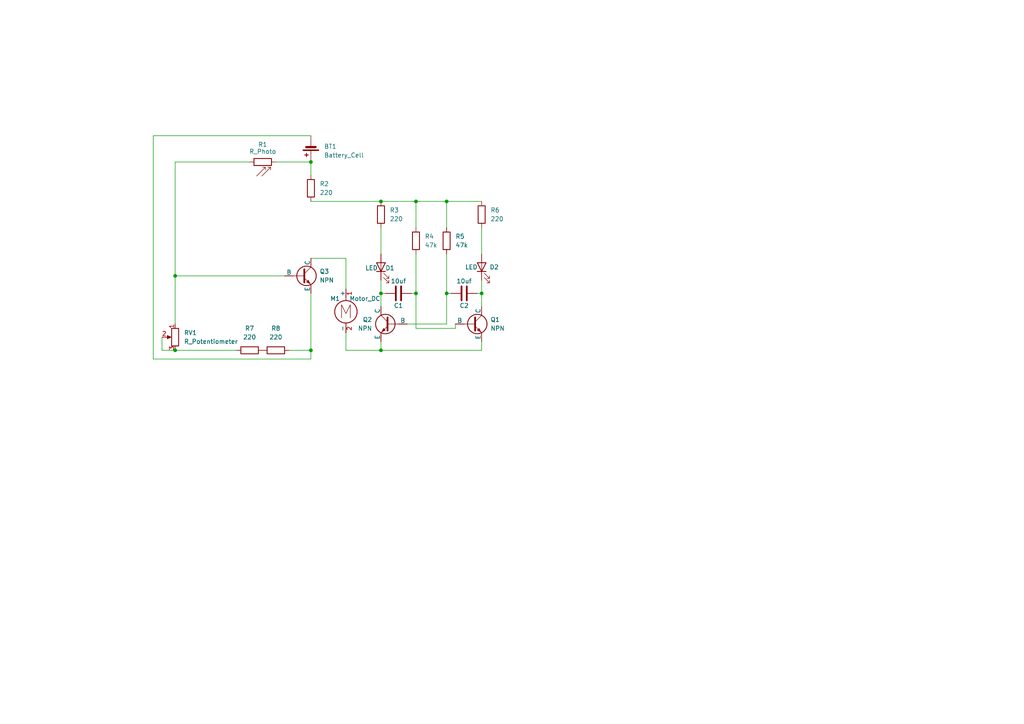
<source format=kicad_sch>
(kicad_sch
	(version 20231120)
	(generator "eeschema")
	(generator_version "8.0")
	(uuid "5a6b1d5a-02c9-4a14-a97d-d4b99fb8334a")
	(paper "A4")
	(lib_symbols
		(symbol "Device:Battery_Cell"
			(pin_numbers hide)
			(pin_names
				(offset 0) hide)
			(exclude_from_sim no)
			(in_bom yes)
			(on_board yes)
			(property "Reference" "BT"
				(at 2.54 2.54 0)
				(effects
					(font
						(size 1.27 1.27)
					)
					(justify left)
				)
			)
			(property "Value" "Battery_Cell"
				(at 2.54 0 0)
				(effects
					(font
						(size 1.27 1.27)
					)
					(justify left)
				)
			)
			(property "Footprint" ""
				(at 0 1.524 90)
				(effects
					(font
						(size 1.27 1.27)
					)
					(hide yes)
				)
			)
			(property "Datasheet" "~"
				(at 0 1.524 90)
				(effects
					(font
						(size 1.27 1.27)
					)
					(hide yes)
				)
			)
			(property "Description" "Single-cell battery"
				(at 0 0 0)
				(effects
					(font
						(size 1.27 1.27)
					)
					(hide yes)
				)
			)
			(property "ki_keywords" "battery cell"
				(at 0 0 0)
				(effects
					(font
						(size 1.27 1.27)
					)
					(hide yes)
				)
			)
			(symbol "Battery_Cell_0_1"
				(rectangle
					(start -2.286 1.778)
					(end 2.286 1.524)
					(stroke
						(width 0)
						(type default)
					)
					(fill
						(type outline)
					)
				)
				(rectangle
					(start -1.524 1.016)
					(end 1.524 0.508)
					(stroke
						(width 0)
						(type default)
					)
					(fill
						(type outline)
					)
				)
				(polyline
					(pts
						(xy 0 0.762) (xy 0 0)
					)
					(stroke
						(width 0)
						(type default)
					)
					(fill
						(type none)
					)
				)
				(polyline
					(pts
						(xy 0 1.778) (xy 0 2.54)
					)
					(stroke
						(width 0)
						(type default)
					)
					(fill
						(type none)
					)
				)
				(polyline
					(pts
						(xy 0.762 3.048) (xy 1.778 3.048)
					)
					(stroke
						(width 0.254)
						(type default)
					)
					(fill
						(type none)
					)
				)
				(polyline
					(pts
						(xy 1.27 3.556) (xy 1.27 2.54)
					)
					(stroke
						(width 0.254)
						(type default)
					)
					(fill
						(type none)
					)
				)
			)
			(symbol "Battery_Cell_1_1"
				(pin passive line
					(at 0 5.08 270)
					(length 2.54)
					(name "+"
						(effects
							(font
								(size 1.27 1.27)
							)
						)
					)
					(number "1"
						(effects
							(font
								(size 1.27 1.27)
							)
						)
					)
				)
				(pin passive line
					(at 0 -2.54 90)
					(length 2.54)
					(name "-"
						(effects
							(font
								(size 1.27 1.27)
							)
						)
					)
					(number "2"
						(effects
							(font
								(size 1.27 1.27)
							)
						)
					)
				)
			)
		)
		(symbol "Device:C"
			(pin_numbers hide)
			(pin_names
				(offset 0.254)
			)
			(exclude_from_sim no)
			(in_bom yes)
			(on_board yes)
			(property "Reference" "C"
				(at 0.635 2.54 0)
				(effects
					(font
						(size 1.27 1.27)
					)
					(justify left)
				)
			)
			(property "Value" "C"
				(at 0.635 -2.54 0)
				(effects
					(font
						(size 1.27 1.27)
					)
					(justify left)
				)
			)
			(property "Footprint" ""
				(at 0.9652 -3.81 0)
				(effects
					(font
						(size 1.27 1.27)
					)
					(hide yes)
				)
			)
			(property "Datasheet" "~"
				(at 0 0 0)
				(effects
					(font
						(size 1.27 1.27)
					)
					(hide yes)
				)
			)
			(property "Description" "Unpolarized capacitor"
				(at 0 0 0)
				(effects
					(font
						(size 1.27 1.27)
					)
					(hide yes)
				)
			)
			(property "ki_keywords" "cap capacitor"
				(at 0 0 0)
				(effects
					(font
						(size 1.27 1.27)
					)
					(hide yes)
				)
			)
			(property "ki_fp_filters" "C_*"
				(at 0 0 0)
				(effects
					(font
						(size 1.27 1.27)
					)
					(hide yes)
				)
			)
			(symbol "C_0_1"
				(polyline
					(pts
						(xy -2.032 -0.762) (xy 2.032 -0.762)
					)
					(stroke
						(width 0.508)
						(type default)
					)
					(fill
						(type none)
					)
				)
				(polyline
					(pts
						(xy -2.032 0.762) (xy 2.032 0.762)
					)
					(stroke
						(width 0.508)
						(type default)
					)
					(fill
						(type none)
					)
				)
			)
			(symbol "C_1_1"
				(pin passive line
					(at 0 3.81 270)
					(length 2.794)
					(name "~"
						(effects
							(font
								(size 1.27 1.27)
							)
						)
					)
					(number "1"
						(effects
							(font
								(size 1.27 1.27)
							)
						)
					)
				)
				(pin passive line
					(at 0 -3.81 90)
					(length 2.794)
					(name "~"
						(effects
							(font
								(size 1.27 1.27)
							)
						)
					)
					(number "2"
						(effects
							(font
								(size 1.27 1.27)
							)
						)
					)
				)
			)
		)
		(symbol "Device:LED"
			(pin_numbers hide)
			(pin_names
				(offset 1.016) hide)
			(exclude_from_sim no)
			(in_bom yes)
			(on_board yes)
			(property "Reference" "D"
				(at 0 2.54 0)
				(effects
					(font
						(size 1.27 1.27)
					)
				)
			)
			(property "Value" "LED"
				(at 0 -2.54 0)
				(effects
					(font
						(size 1.27 1.27)
					)
				)
			)
			(property "Footprint" ""
				(at 0 0 0)
				(effects
					(font
						(size 1.27 1.27)
					)
					(hide yes)
				)
			)
			(property "Datasheet" "~"
				(at 0 0 0)
				(effects
					(font
						(size 1.27 1.27)
					)
					(hide yes)
				)
			)
			(property "Description" "Light emitting diode"
				(at 0 0 0)
				(effects
					(font
						(size 1.27 1.27)
					)
					(hide yes)
				)
			)
			(property "ki_keywords" "LED diode"
				(at 0 0 0)
				(effects
					(font
						(size 1.27 1.27)
					)
					(hide yes)
				)
			)
			(property "ki_fp_filters" "LED* LED_SMD:* LED_THT:*"
				(at 0 0 0)
				(effects
					(font
						(size 1.27 1.27)
					)
					(hide yes)
				)
			)
			(symbol "LED_0_1"
				(polyline
					(pts
						(xy -1.27 -1.27) (xy -1.27 1.27)
					)
					(stroke
						(width 0.254)
						(type default)
					)
					(fill
						(type none)
					)
				)
				(polyline
					(pts
						(xy -1.27 0) (xy 1.27 0)
					)
					(stroke
						(width 0)
						(type default)
					)
					(fill
						(type none)
					)
				)
				(polyline
					(pts
						(xy 1.27 -1.27) (xy 1.27 1.27) (xy -1.27 0) (xy 1.27 -1.27)
					)
					(stroke
						(width 0.254)
						(type default)
					)
					(fill
						(type none)
					)
				)
				(polyline
					(pts
						(xy -3.048 -0.762) (xy -4.572 -2.286) (xy -3.81 -2.286) (xy -4.572 -2.286) (xy -4.572 -1.524)
					)
					(stroke
						(width 0)
						(type default)
					)
					(fill
						(type none)
					)
				)
				(polyline
					(pts
						(xy -1.778 -0.762) (xy -3.302 -2.286) (xy -2.54 -2.286) (xy -3.302 -2.286) (xy -3.302 -1.524)
					)
					(stroke
						(width 0)
						(type default)
					)
					(fill
						(type none)
					)
				)
			)
			(symbol "LED_1_1"
				(pin passive line
					(at -3.81 0 0)
					(length 2.54)
					(name "K"
						(effects
							(font
								(size 1.27 1.27)
							)
						)
					)
					(number "1"
						(effects
							(font
								(size 1.27 1.27)
							)
						)
					)
				)
				(pin passive line
					(at 3.81 0 180)
					(length 2.54)
					(name "A"
						(effects
							(font
								(size 1.27 1.27)
							)
						)
					)
					(number "2"
						(effects
							(font
								(size 1.27 1.27)
							)
						)
					)
				)
			)
		)
		(symbol "Device:R"
			(pin_numbers hide)
			(pin_names
				(offset 0)
			)
			(exclude_from_sim no)
			(in_bom yes)
			(on_board yes)
			(property "Reference" "R"
				(at 2.032 0 90)
				(effects
					(font
						(size 1.27 1.27)
					)
				)
			)
			(property "Value" "R"
				(at 0 0 90)
				(effects
					(font
						(size 1.27 1.27)
					)
				)
			)
			(property "Footprint" ""
				(at -1.778 0 90)
				(effects
					(font
						(size 1.27 1.27)
					)
					(hide yes)
				)
			)
			(property "Datasheet" "~"
				(at 0 0 0)
				(effects
					(font
						(size 1.27 1.27)
					)
					(hide yes)
				)
			)
			(property "Description" "Resistor"
				(at 0 0 0)
				(effects
					(font
						(size 1.27 1.27)
					)
					(hide yes)
				)
			)
			(property "ki_keywords" "R res resistor"
				(at 0 0 0)
				(effects
					(font
						(size 1.27 1.27)
					)
					(hide yes)
				)
			)
			(property "ki_fp_filters" "R_*"
				(at 0 0 0)
				(effects
					(font
						(size 1.27 1.27)
					)
					(hide yes)
				)
			)
			(symbol "R_0_1"
				(rectangle
					(start -1.016 -2.54)
					(end 1.016 2.54)
					(stroke
						(width 0.254)
						(type default)
					)
					(fill
						(type none)
					)
				)
			)
			(symbol "R_1_1"
				(pin passive line
					(at 0 3.81 270)
					(length 1.27)
					(name "~"
						(effects
							(font
								(size 1.27 1.27)
							)
						)
					)
					(number "1"
						(effects
							(font
								(size 1.27 1.27)
							)
						)
					)
				)
				(pin passive line
					(at 0 -3.81 90)
					(length 1.27)
					(name "~"
						(effects
							(font
								(size 1.27 1.27)
							)
						)
					)
					(number "2"
						(effects
							(font
								(size 1.27 1.27)
							)
						)
					)
				)
			)
		)
		(symbol "Device:R_Photo"
			(pin_numbers hide)
			(pin_names
				(offset 0)
			)
			(exclude_from_sim no)
			(in_bom yes)
			(on_board yes)
			(property "Reference" "R"
				(at 1.27 1.27 0)
				(effects
					(font
						(size 1.27 1.27)
					)
					(justify left)
				)
			)
			(property "Value" "R_Photo"
				(at 1.27 0 0)
				(effects
					(font
						(size 1.27 1.27)
					)
					(justify left top)
				)
			)
			(property "Footprint" ""
				(at 1.27 -6.35 90)
				(effects
					(font
						(size 1.27 1.27)
					)
					(justify left)
					(hide yes)
				)
			)
			(property "Datasheet" "~"
				(at 0 -1.27 0)
				(effects
					(font
						(size 1.27 1.27)
					)
					(hide yes)
				)
			)
			(property "Description" "Photoresistor"
				(at 0 0 0)
				(effects
					(font
						(size 1.27 1.27)
					)
					(hide yes)
				)
			)
			(property "ki_keywords" "resistor variable light sensitive opto LDR"
				(at 0 0 0)
				(effects
					(font
						(size 1.27 1.27)
					)
					(hide yes)
				)
			)
			(property "ki_fp_filters" "*LDR* R?LDR*"
				(at 0 0 0)
				(effects
					(font
						(size 1.27 1.27)
					)
					(hide yes)
				)
			)
			(symbol "R_Photo_0_1"
				(rectangle
					(start -1.016 2.54)
					(end 1.016 -2.54)
					(stroke
						(width 0.254)
						(type default)
					)
					(fill
						(type none)
					)
				)
				(polyline
					(pts
						(xy -1.524 -2.286) (xy -4.064 0.254)
					)
					(stroke
						(width 0)
						(type default)
					)
					(fill
						(type none)
					)
				)
				(polyline
					(pts
						(xy -1.524 -2.286) (xy -2.286 -2.286)
					)
					(stroke
						(width 0)
						(type default)
					)
					(fill
						(type none)
					)
				)
				(polyline
					(pts
						(xy -1.524 -2.286) (xy -1.524 -1.524)
					)
					(stroke
						(width 0)
						(type default)
					)
					(fill
						(type none)
					)
				)
				(polyline
					(pts
						(xy -1.524 -0.762) (xy -4.064 1.778)
					)
					(stroke
						(width 0)
						(type default)
					)
					(fill
						(type none)
					)
				)
				(polyline
					(pts
						(xy -1.524 -0.762) (xy -2.286 -0.762)
					)
					(stroke
						(width 0)
						(type default)
					)
					(fill
						(type none)
					)
				)
				(polyline
					(pts
						(xy -1.524 -0.762) (xy -1.524 0)
					)
					(stroke
						(width 0)
						(type default)
					)
					(fill
						(type none)
					)
				)
			)
			(symbol "R_Photo_1_1"
				(pin passive line
					(at 0 3.81 270)
					(length 1.27)
					(name "~"
						(effects
							(font
								(size 1.27 1.27)
							)
						)
					)
					(number "1"
						(effects
							(font
								(size 1.27 1.27)
							)
						)
					)
				)
				(pin passive line
					(at 0 -3.81 90)
					(length 1.27)
					(name "~"
						(effects
							(font
								(size 1.27 1.27)
							)
						)
					)
					(number "2"
						(effects
							(font
								(size 1.27 1.27)
							)
						)
					)
				)
			)
		)
		(symbol "Device:R_Potentiometer"
			(pin_names
				(offset 1.016) hide)
			(exclude_from_sim no)
			(in_bom yes)
			(on_board yes)
			(property "Reference" "RV"
				(at -4.445 0 90)
				(effects
					(font
						(size 1.27 1.27)
					)
				)
			)
			(property "Value" "R_Potentiometer"
				(at -2.54 0 90)
				(effects
					(font
						(size 1.27 1.27)
					)
				)
			)
			(property "Footprint" ""
				(at 0 0 0)
				(effects
					(font
						(size 1.27 1.27)
					)
					(hide yes)
				)
			)
			(property "Datasheet" "~"
				(at 0 0 0)
				(effects
					(font
						(size 1.27 1.27)
					)
					(hide yes)
				)
			)
			(property "Description" "Potentiometer"
				(at 0 0 0)
				(effects
					(font
						(size 1.27 1.27)
					)
					(hide yes)
				)
			)
			(property "ki_keywords" "resistor variable"
				(at 0 0 0)
				(effects
					(font
						(size 1.27 1.27)
					)
					(hide yes)
				)
			)
			(property "ki_fp_filters" "Potentiometer*"
				(at 0 0 0)
				(effects
					(font
						(size 1.27 1.27)
					)
					(hide yes)
				)
			)
			(symbol "R_Potentiometer_0_1"
				(polyline
					(pts
						(xy 2.54 0) (xy 1.524 0)
					)
					(stroke
						(width 0)
						(type default)
					)
					(fill
						(type none)
					)
				)
				(polyline
					(pts
						(xy 1.143 0) (xy 2.286 0.508) (xy 2.286 -0.508) (xy 1.143 0)
					)
					(stroke
						(width 0)
						(type default)
					)
					(fill
						(type outline)
					)
				)
				(rectangle
					(start 1.016 2.54)
					(end -1.016 -2.54)
					(stroke
						(width 0.254)
						(type default)
					)
					(fill
						(type none)
					)
				)
			)
			(symbol "R_Potentiometer_1_1"
				(pin passive line
					(at 0 3.81 270)
					(length 1.27)
					(name "1"
						(effects
							(font
								(size 1.27 1.27)
							)
						)
					)
					(number "1"
						(effects
							(font
								(size 1.27 1.27)
							)
						)
					)
				)
				(pin passive line
					(at 3.81 0 180)
					(length 1.27)
					(name "2"
						(effects
							(font
								(size 1.27 1.27)
							)
						)
					)
					(number "2"
						(effects
							(font
								(size 1.27 1.27)
							)
						)
					)
				)
				(pin passive line
					(at 0 -3.81 90)
					(length 1.27)
					(name "3"
						(effects
							(font
								(size 1.27 1.27)
							)
						)
					)
					(number "3"
						(effects
							(font
								(size 1.27 1.27)
							)
						)
					)
				)
			)
		)
		(symbol "Motor:Motor_DC"
			(pin_names
				(offset 0)
			)
			(exclude_from_sim no)
			(in_bom yes)
			(on_board yes)
			(property "Reference" "M"
				(at 2.54 2.54 0)
				(effects
					(font
						(size 1.27 1.27)
					)
					(justify left)
				)
			)
			(property "Value" "Motor_DC"
				(at 2.54 -5.08 0)
				(effects
					(font
						(size 1.27 1.27)
					)
					(justify left top)
				)
			)
			(property "Footprint" ""
				(at 0 -2.286 0)
				(effects
					(font
						(size 1.27 1.27)
					)
					(hide yes)
				)
			)
			(property "Datasheet" "~"
				(at 0 -2.286 0)
				(effects
					(font
						(size 1.27 1.27)
					)
					(hide yes)
				)
			)
			(property "Description" "DC Motor"
				(at 0 0 0)
				(effects
					(font
						(size 1.27 1.27)
					)
					(hide yes)
				)
			)
			(property "ki_keywords" "DC Motor"
				(at 0 0 0)
				(effects
					(font
						(size 1.27 1.27)
					)
					(hide yes)
				)
			)
			(property "ki_fp_filters" "PinHeader*P2.54mm* TerminalBlock*"
				(at 0 0 0)
				(effects
					(font
						(size 1.27 1.27)
					)
					(hide yes)
				)
			)
			(symbol "Motor_DC_0_0"
				(polyline
					(pts
						(xy -1.27 -3.302) (xy -1.27 0.508) (xy 0 -2.032) (xy 1.27 0.508) (xy 1.27 -3.302)
					)
					(stroke
						(width 0)
						(type default)
					)
					(fill
						(type none)
					)
				)
			)
			(symbol "Motor_DC_0_1"
				(circle
					(center 0 -1.524)
					(radius 3.2512)
					(stroke
						(width 0.254)
						(type default)
					)
					(fill
						(type none)
					)
				)
				(polyline
					(pts
						(xy 0 -7.62) (xy 0 -7.112)
					)
					(stroke
						(width 0)
						(type default)
					)
					(fill
						(type none)
					)
				)
				(polyline
					(pts
						(xy 0 -4.7752) (xy 0 -5.1816)
					)
					(stroke
						(width 0)
						(type default)
					)
					(fill
						(type none)
					)
				)
				(polyline
					(pts
						(xy 0 1.7272) (xy 0 2.0828)
					)
					(stroke
						(width 0)
						(type default)
					)
					(fill
						(type none)
					)
				)
				(polyline
					(pts
						(xy 0 2.032) (xy 0 2.54)
					)
					(stroke
						(width 0)
						(type default)
					)
					(fill
						(type none)
					)
				)
			)
			(symbol "Motor_DC_1_1"
				(pin passive line
					(at 0 5.08 270)
					(length 2.54)
					(name "+"
						(effects
							(font
								(size 1.27 1.27)
							)
						)
					)
					(number "1"
						(effects
							(font
								(size 1.27 1.27)
							)
						)
					)
				)
				(pin passive line
					(at 0 -7.62 90)
					(length 2.54)
					(name "-"
						(effects
							(font
								(size 1.27 1.27)
							)
						)
					)
					(number "2"
						(effects
							(font
								(size 1.27 1.27)
							)
						)
					)
				)
			)
		)
		(symbol "Simulation_SPICE:NPN"
			(pin_numbers hide)
			(pin_names
				(offset 0)
			)
			(exclude_from_sim no)
			(in_bom yes)
			(on_board yes)
			(property "Reference" "Q"
				(at -2.54 7.62 0)
				(effects
					(font
						(size 1.27 1.27)
					)
				)
			)
			(property "Value" "NPN"
				(at -2.54 5.08 0)
				(effects
					(font
						(size 1.27 1.27)
					)
				)
			)
			(property "Footprint" ""
				(at 63.5 0 0)
				(effects
					(font
						(size 1.27 1.27)
					)
					(hide yes)
				)
			)
			(property "Datasheet" "https://ngspice.sourceforge.io/docs/ngspice-html-manual/manual.xhtml#cha_BJTs"
				(at 63.5 0 0)
				(effects
					(font
						(size 1.27 1.27)
					)
					(hide yes)
				)
			)
			(property "Description" "Bipolar transistor symbol for simulation only, substrate tied to the emitter"
				(at 0 0 0)
				(effects
					(font
						(size 1.27 1.27)
					)
					(hide yes)
				)
			)
			(property "Sim.Device" "NPN"
				(at 0 0 0)
				(effects
					(font
						(size 1.27 1.27)
					)
					(hide yes)
				)
			)
			(property "Sim.Type" "GUMMELPOON"
				(at 0 0 0)
				(effects
					(font
						(size 1.27 1.27)
					)
					(hide yes)
				)
			)
			(property "Sim.Pins" "1=C 2=B 3=E"
				(at 0 0 0)
				(effects
					(font
						(size 1.27 1.27)
					)
					(hide yes)
				)
			)
			(property "ki_keywords" "simulation"
				(at 0 0 0)
				(effects
					(font
						(size 1.27 1.27)
					)
					(hide yes)
				)
			)
			(symbol "NPN_0_1"
				(polyline
					(pts
						(xy -2.54 0) (xy 0.635 0)
					)
					(stroke
						(width 0.1524)
						(type default)
					)
					(fill
						(type none)
					)
				)
				(polyline
					(pts
						(xy 0.635 0.635) (xy 2.54 2.54)
					)
					(stroke
						(width 0)
						(type default)
					)
					(fill
						(type none)
					)
				)
				(polyline
					(pts
						(xy 2.794 -1.27) (xy 2.794 -1.27)
					)
					(stroke
						(width 0.1524)
						(type default)
					)
					(fill
						(type none)
					)
				)
				(polyline
					(pts
						(xy 2.794 -1.27) (xy 2.794 -1.27)
					)
					(stroke
						(width 0.1524)
						(type default)
					)
					(fill
						(type none)
					)
				)
				(polyline
					(pts
						(xy 0.635 -0.635) (xy 2.54 -2.54) (xy 2.54 -2.54)
					)
					(stroke
						(width 0)
						(type default)
					)
					(fill
						(type none)
					)
				)
				(polyline
					(pts
						(xy 0.635 1.905) (xy 0.635 -1.905) (xy 0.635 -1.905)
					)
					(stroke
						(width 0.508)
						(type default)
					)
					(fill
						(type none)
					)
				)
				(polyline
					(pts
						(xy 1.27 -1.778) (xy 1.778 -1.27) (xy 2.286 -2.286) (xy 1.27 -1.778) (xy 1.27 -1.778)
					)
					(stroke
						(width 0)
						(type default)
					)
					(fill
						(type outline)
					)
				)
				(circle
					(center 1.27 0)
					(radius 2.8194)
					(stroke
						(width 0.254)
						(type default)
					)
					(fill
						(type none)
					)
				)
			)
			(symbol "NPN_1_1"
				(pin open_collector line
					(at 2.54 5.08 270)
					(length 2.54)
					(name "C"
						(effects
							(font
								(size 1.27 1.27)
							)
						)
					)
					(number "1"
						(effects
							(font
								(size 1.27 1.27)
							)
						)
					)
				)
				(pin input line
					(at -5.08 0 0)
					(length 2.54)
					(name "B"
						(effects
							(font
								(size 1.27 1.27)
							)
						)
					)
					(number "2"
						(effects
							(font
								(size 1.27 1.27)
							)
						)
					)
				)
				(pin open_emitter line
					(at 2.54 -5.08 90)
					(length 2.54)
					(name "E"
						(effects
							(font
								(size 1.27 1.27)
							)
						)
					)
					(number "3"
						(effects
							(font
								(size 1.27 1.27)
							)
						)
					)
				)
			)
		)
	)
	(junction
		(at 110.49 101.6)
		(diameter 0)
		(color 0 0 0 0)
		(uuid "0172aeda-c87e-4733-857a-da9f53847af9")
	)
	(junction
		(at 129.54 58.42)
		(diameter 0)
		(color 0 0 0 0)
		(uuid "09e8b4e1-ff9d-4f76-9a73-bc98cdf8e643")
	)
	(junction
		(at 50.8 101.6)
		(diameter 0)
		(color 0 0 0 0)
		(uuid "154ec1e8-6d12-4337-b9b3-5dd39f869f63")
	)
	(junction
		(at 90.17 46.99)
		(diameter 0)
		(color 0 0 0 0)
		(uuid "2a04461d-3c5f-4b5d-9e84-150256c8220f")
	)
	(junction
		(at 120.65 85.09)
		(diameter 0)
		(color 0 0 0 0)
		(uuid "414481bf-b97f-446f-858b-faa25f92165b")
	)
	(junction
		(at 50.8 80.01)
		(diameter 0)
		(color 0 0 0 0)
		(uuid "821c3ce5-0aea-4926-a4e2-ab0c21848c10")
	)
	(junction
		(at 90.17 101.6)
		(diameter 0)
		(color 0 0 0 0)
		(uuid "88ef67fa-ca99-479b-9157-04093328ed96")
	)
	(junction
		(at 110.49 58.42)
		(diameter 0)
		(color 0 0 0 0)
		(uuid "aae3988f-3828-492e-8578-2bfb3ca9f1fc")
	)
	(junction
		(at 110.49 85.09)
		(diameter 0)
		(color 0 0 0 0)
		(uuid "b4b78781-bff0-41f1-996b-f6ad1d24d31e")
	)
	(junction
		(at 139.7 85.09)
		(diameter 0)
		(color 0 0 0 0)
		(uuid "c3674ddd-d1df-4288-8a3a-50c2b9530884")
	)
	(junction
		(at 120.65 58.42)
		(diameter 0)
		(color 0 0 0 0)
		(uuid "e1e1a960-6ee4-4e06-9b87-a062484aaee2")
	)
	(junction
		(at 129.54 85.09)
		(diameter 0)
		(color 0 0 0 0)
		(uuid "ffa81ea4-dbd1-4426-8dfa-1a88316d1dda")
	)
	(wire
		(pts
			(xy 50.8 93.98) (xy 50.8 80.01)
		)
		(stroke
			(width 0)
			(type default)
		)
		(uuid "0560b0ff-29f9-483d-92bd-ee56c82dbdd9")
	)
	(wire
		(pts
			(xy 139.7 101.6) (xy 110.49 101.6)
		)
		(stroke
			(width 0)
			(type default)
		)
		(uuid "0882c86b-94fa-4115-a55b-21548cc641f8")
	)
	(wire
		(pts
			(xy 110.49 101.6) (xy 110.49 99.06)
		)
		(stroke
			(width 0)
			(type default)
		)
		(uuid "0a0d585d-e77b-4d8a-b60d-017bf76b2e6f")
	)
	(wire
		(pts
			(xy 110.49 66.04) (xy 110.49 73.66)
		)
		(stroke
			(width 0)
			(type default)
		)
		(uuid "139a6d0c-b27e-4051-9b78-23e0eb1aab2f")
	)
	(wire
		(pts
			(xy 129.54 58.42) (xy 139.7 58.42)
		)
		(stroke
			(width 0)
			(type default)
		)
		(uuid "13e8c251-9ab8-4f1c-9a09-770dea0442c5")
	)
	(wire
		(pts
			(xy 139.7 85.09) (xy 139.7 88.9)
		)
		(stroke
			(width 0)
			(type default)
		)
		(uuid "2c15c26a-1d55-42cb-b16f-6045d4ba6dbf")
	)
	(wire
		(pts
			(xy 50.8 80.01) (xy 50.8 46.99)
		)
		(stroke
			(width 0)
			(type default)
		)
		(uuid "2f04720e-c928-4538-be7b-075d1c72178d")
	)
	(wire
		(pts
			(xy 100.33 101.6) (xy 100.33 96.52)
		)
		(stroke
			(width 0)
			(type default)
		)
		(uuid "35fd9e87-6639-4ac4-baea-a7a07aa822ef")
	)
	(wire
		(pts
			(xy 120.65 95.25) (xy 120.65 85.09)
		)
		(stroke
			(width 0)
			(type default)
		)
		(uuid "4d352bbf-0474-4ae9-ab39-9e4263c0fa33")
	)
	(wire
		(pts
			(xy 46.99 101.6) (xy 46.99 97.79)
		)
		(stroke
			(width 0)
			(type default)
		)
		(uuid "520bc1f0-a458-423f-a961-523a6481d798")
	)
	(wire
		(pts
			(xy 44.45 39.37) (xy 90.17 39.37)
		)
		(stroke
			(width 0)
			(type default)
		)
		(uuid "59afeb04-a1b6-46e1-b88b-6b131a812d1b")
	)
	(wire
		(pts
			(xy 80.01 46.99) (xy 90.17 46.99)
		)
		(stroke
			(width 0)
			(type default)
		)
		(uuid "5acd0b1f-fc02-48cf-a929-3fdb50f624d9")
	)
	(wire
		(pts
			(xy 110.49 85.09) (xy 111.76 85.09)
		)
		(stroke
			(width 0)
			(type default)
		)
		(uuid "5bae892f-fcee-4862-b9ad-ea52cc8a9b65")
	)
	(wire
		(pts
			(xy 50.8 101.6) (xy 68.58 101.6)
		)
		(stroke
			(width 0)
			(type default)
		)
		(uuid "73d61b3e-3aeb-4dc9-8b62-7cad49774b93")
	)
	(wire
		(pts
			(xy 90.17 85.09) (xy 90.17 101.6)
		)
		(stroke
			(width 0)
			(type default)
		)
		(uuid "755346a4-ddde-4a5e-bc68-c75875ab35ef")
	)
	(wire
		(pts
			(xy 132.08 95.25) (xy 120.65 95.25)
		)
		(stroke
			(width 0)
			(type default)
		)
		(uuid "7756b9bc-3a73-4b85-a958-4d2020aba4dd")
	)
	(wire
		(pts
			(xy 50.8 101.6) (xy 46.99 101.6)
		)
		(stroke
			(width 0)
			(type default)
		)
		(uuid "7858f887-d693-48b1-9b61-5cfa981e6d38")
	)
	(wire
		(pts
			(xy 110.49 58.42) (xy 120.65 58.42)
		)
		(stroke
			(width 0)
			(type default)
		)
		(uuid "79f0078e-7c75-4535-81a2-5cea0f61e592")
	)
	(wire
		(pts
			(xy 129.54 73.66) (xy 129.54 85.09)
		)
		(stroke
			(width 0)
			(type default)
		)
		(uuid "7bd706b6-3279-4226-9aad-086d4f00393d")
	)
	(wire
		(pts
			(xy 83.82 101.6) (xy 90.17 101.6)
		)
		(stroke
			(width 0)
			(type default)
		)
		(uuid "7c6c2451-6817-44dc-9b22-4e4dcd805337")
	)
	(wire
		(pts
			(xy 132.08 93.98) (xy 132.08 95.25)
		)
		(stroke
			(width 0)
			(type default)
		)
		(uuid "7cdbaee7-8fe8-4e9a-9fd8-54918b179cd9")
	)
	(wire
		(pts
			(xy 50.8 46.99) (xy 72.39 46.99)
		)
		(stroke
			(width 0)
			(type default)
		)
		(uuid "7eb755b8-d901-49eb-b32d-e740908437e5")
	)
	(wire
		(pts
			(xy 129.54 93.98) (xy 129.54 85.09)
		)
		(stroke
			(width 0)
			(type default)
		)
		(uuid "7fabfe8e-bfc1-48a1-9df3-0b6c7e72befe")
	)
	(wire
		(pts
			(xy 120.65 58.42) (xy 129.54 58.42)
		)
		(stroke
			(width 0)
			(type default)
		)
		(uuid "80ba746e-4fc2-4e66-9452-ce0636072cdf")
	)
	(wire
		(pts
			(xy 100.33 74.93) (xy 90.17 74.93)
		)
		(stroke
			(width 0)
			(type default)
		)
		(uuid "82f06786-d050-4531-95e9-71adf9f5b57e")
	)
	(wire
		(pts
			(xy 119.38 85.09) (xy 120.65 85.09)
		)
		(stroke
			(width 0)
			(type default)
		)
		(uuid "90c7d070-f4eb-435c-8881-238751379c6f")
	)
	(wire
		(pts
			(xy 50.8 80.01) (xy 82.55 80.01)
		)
		(stroke
			(width 0)
			(type default)
		)
		(uuid "98109467-e9f1-4e6b-81f6-f19cf24c867f")
	)
	(wire
		(pts
			(xy 120.65 73.66) (xy 120.65 85.09)
		)
		(stroke
			(width 0)
			(type default)
		)
		(uuid "9b3bd390-84f4-46a6-ae5e-7c6a875d68fe")
	)
	(wire
		(pts
			(xy 44.45 104.14) (xy 90.17 104.14)
		)
		(stroke
			(width 0)
			(type default)
		)
		(uuid "9e5a4f46-9e17-421a-820f-8a34b743e0bc")
	)
	(wire
		(pts
			(xy 110.49 81.28) (xy 110.49 85.09)
		)
		(stroke
			(width 0)
			(type default)
		)
		(uuid "a50605be-995d-4e24-afc8-ef1a19cc82ee")
	)
	(wire
		(pts
			(xy 110.49 85.09) (xy 110.49 88.9)
		)
		(stroke
			(width 0)
			(type default)
		)
		(uuid "aaec2aa7-278a-459e-a9a9-73672dc58c38")
	)
	(wire
		(pts
			(xy 120.65 58.42) (xy 120.65 66.04)
		)
		(stroke
			(width 0)
			(type default)
		)
		(uuid "bb621a76-e833-4add-9be1-5062d0b9e7aa")
	)
	(wire
		(pts
			(xy 100.33 83.82) (xy 100.33 74.93)
		)
		(stroke
			(width 0)
			(type default)
		)
		(uuid "c5f77adb-89d0-4fb9-a745-cf9ab5ede6d9")
	)
	(wire
		(pts
			(xy 118.11 93.98) (xy 129.54 93.98)
		)
		(stroke
			(width 0)
			(type default)
		)
		(uuid "c993a8f1-c445-461b-9929-d1d2ed2cdf2b")
	)
	(wire
		(pts
			(xy 44.45 39.37) (xy 44.45 104.14)
		)
		(stroke
			(width 0)
			(type default)
		)
		(uuid "cb9f8ef2-47e8-45d7-a74c-fd71078155e7")
	)
	(wire
		(pts
			(xy 129.54 85.09) (xy 130.81 85.09)
		)
		(stroke
			(width 0)
			(type default)
		)
		(uuid "cdd5a39d-c21b-47f6-8022-e4ccceedf530")
	)
	(wire
		(pts
			(xy 138.43 85.09) (xy 139.7 85.09)
		)
		(stroke
			(width 0)
			(type default)
		)
		(uuid "ce25a0e4-1fc1-4fcb-b1ed-72a240c70f97")
	)
	(wire
		(pts
			(xy 110.49 101.6) (xy 100.33 101.6)
		)
		(stroke
			(width 0)
			(type default)
		)
		(uuid "d1db1c9e-11ac-49a3-a110-c861f368c108")
	)
	(wire
		(pts
			(xy 139.7 81.28) (xy 139.7 85.09)
		)
		(stroke
			(width 0)
			(type default)
		)
		(uuid "d42d0fab-4d32-42de-a281-04e54e254203")
	)
	(wire
		(pts
			(xy 90.17 104.14) (xy 90.17 101.6)
		)
		(stroke
			(width 0)
			(type default)
		)
		(uuid "d5879ce3-f55c-410a-afa9-4fcfd9524f7f")
	)
	(wire
		(pts
			(xy 129.54 58.42) (xy 129.54 66.04)
		)
		(stroke
			(width 0)
			(type default)
		)
		(uuid "d9c9c23a-6b70-47bd-aabe-ba65d68de8f9")
	)
	(wire
		(pts
			(xy 139.7 66.04) (xy 139.7 73.66)
		)
		(stroke
			(width 0)
			(type default)
		)
		(uuid "df4f09a0-c0c6-45be-af96-4a5d94a54d3d")
	)
	(wire
		(pts
			(xy 90.17 58.42) (xy 110.49 58.42)
		)
		(stroke
			(width 0)
			(type default)
		)
		(uuid "e57088e3-2436-4715-944e-57834b4b3d61")
	)
	(wire
		(pts
			(xy 139.7 99.06) (xy 139.7 101.6)
		)
		(stroke
			(width 0)
			(type default)
		)
		(uuid "e86db2bf-2ddc-449b-a5df-ccb1e8b09f99")
	)
	(wire
		(pts
			(xy 90.17 46.99) (xy 90.17 50.8)
		)
		(stroke
			(width 0)
			(type default)
		)
		(uuid "fe301222-3279-4ce8-9865-e04b326a489c")
	)
	(symbol
		(lib_id "Device:R_Photo")
		(at 76.2 46.99 90)
		(unit 1)
		(exclude_from_sim no)
		(in_bom yes)
		(on_board yes)
		(dnp no)
		(uuid "02b27bfe-bc33-4b46-adbc-1cbe3f877de8")
		(property "Reference" "R1"
			(at 76.2 41.91 90)
			(effects
				(font
					(size 1.27 1.27)
				)
			)
		)
		(property "Value" "R_Photo"
			(at 76.2 43.942 90)
			(effects
				(font
					(size 1.27 1.27)
				)
			)
		)
		(property "Footprint" "OptoDevice:R_LDR_5.1x4.3mm_P3.4mm_Vertical"
			(at 82.55 45.72 90)
			(effects
				(font
					(size 1.27 1.27)
				)
				(justify left)
				(hide yes)
			)
		)
		(property "Datasheet" "~"
			(at 77.47 46.99 0)
			(effects
				(font
					(size 1.27 1.27)
				)
				(hide yes)
			)
		)
		(property "Description" "Photoresistor"
			(at 76.2 46.99 0)
			(effects
				(font
					(size 1.27 1.27)
				)
				(hide yes)
			)
		)
		(pin "1"
			(uuid "69af4b7c-0814-4cea-a891-10f9d732b142")
		)
		(pin "2"
			(uuid "1ed58b83-7339-49e0-88b9-68c41daa0feb")
		)
		(instances
			(project ""
				(path "/5a6b1d5a-02c9-4a14-a97d-d4b99fb8334a"
					(reference "R1")
					(unit 1)
				)
			)
		)
	)
	(symbol
		(lib_id "Device:R_Potentiometer")
		(at 50.8 97.79 0)
		(mirror y)
		(unit 1)
		(exclude_from_sim no)
		(in_bom yes)
		(on_board yes)
		(dnp no)
		(uuid "07b04903-3346-4d6d-952a-e790c5c916d5")
		(property "Reference" "RV1"
			(at 53.34 96.5199 0)
			(effects
				(font
					(size 1.27 1.27)
				)
				(justify right)
			)
		)
		(property "Value" "R_Potentiometer"
			(at 53.34 99.0599 0)
			(effects
				(font
					(size 1.27 1.27)
				)
				(justify right)
			)
		)
		(property "Footprint" "Potentiometer_THT:Potentiometer_Vishay_T73YP_Vertical"
			(at 50.8 97.79 0)
			(effects
				(font
					(size 1.27 1.27)
				)
				(hide yes)
			)
		)
		(property "Datasheet" "~"
			(at 50.8 97.79 0)
			(effects
				(font
					(size 1.27 1.27)
				)
				(hide yes)
			)
		)
		(property "Description" "Potentiometer"
			(at 50.8 97.79 0)
			(effects
				(font
					(size 1.27 1.27)
				)
				(hide yes)
			)
		)
		(pin "2"
			(uuid "626a4206-1f46-4cc9-8736-5c74f4dae9bd")
		)
		(pin "3"
			(uuid "2d4a340e-9f56-4bb6-88c5-1d1fe889a32e")
		)
		(pin "1"
			(uuid "14e2aa57-74e4-4d3d-8e4c-700b379e500c")
		)
		(instances
			(project ""
				(path "/5a6b1d5a-02c9-4a14-a97d-d4b99fb8334a"
					(reference "RV1")
					(unit 1)
				)
			)
		)
	)
	(symbol
		(lib_id "Device:R")
		(at 110.49 62.23 0)
		(unit 1)
		(exclude_from_sim no)
		(in_bom yes)
		(on_board yes)
		(dnp no)
		(fields_autoplaced yes)
		(uuid "08d8e498-1ab2-4f7d-a3c8-2e4ca930e2ca")
		(property "Reference" "R3"
			(at 113.03 60.9599 0)
			(effects
				(font
					(size 1.27 1.27)
				)
				(justify left)
			)
		)
		(property "Value" "220"
			(at 113.03 63.4999 0)
			(effects
				(font
					(size 1.27 1.27)
				)
				(justify left)
			)
		)
		(property "Footprint" "Resistor_THT:R_Axial_DIN0207_L6.3mm_D2.5mm_P7.62mm_Horizontal"
			(at 108.712 62.23 90)
			(effects
				(font
					(size 1.27 1.27)
				)
				(hide yes)
			)
		)
		(property "Datasheet" "~"
			(at 110.49 62.23 0)
			(effects
				(font
					(size 1.27 1.27)
				)
				(hide yes)
			)
		)
		(property "Description" "Resistor"
			(at 110.49 62.23 0)
			(effects
				(font
					(size 1.27 1.27)
				)
				(hide yes)
			)
		)
		(pin "1"
			(uuid "da8d4c42-4f36-4203-b72b-e3e58da2f0bd")
		)
		(pin "2"
			(uuid "6b793b5d-fb39-4fea-bba7-c758dfbe0b6c")
		)
		(instances
			(project ""
				(path "/5a6b1d5a-02c9-4a14-a97d-d4b99fb8334a"
					(reference "R3")
					(unit 1)
				)
			)
		)
	)
	(symbol
		(lib_id "Motor:Motor_DC")
		(at 100.33 88.9 0)
		(unit 1)
		(exclude_from_sim no)
		(in_bom yes)
		(on_board yes)
		(dnp no)
		(uuid "0b2c2ddc-4019-41a4-991c-bc8359db786a")
		(property "Reference" "M1"
			(at 95.758 86.614 0)
			(effects
				(font
					(size 1.27 1.27)
				)
				(justify left)
			)
		)
		(property "Value" "Motor_DC"
			(at 101.346 86.614 0)
			(effects
				(font
					(size 1.27 1.27)
				)
				(justify left)
			)
		)
		(property "Footprint" "Connector_PinHeader_2.54mm:PinHeader_1x02_P2.54mm_Vertical"
			(at 100.33 91.186 0)
			(effects
				(font
					(size 1.27 1.27)
				)
				(hide yes)
			)
		)
		(property "Datasheet" "~"
			(at 100.33 91.186 0)
			(effects
				(font
					(size 1.27 1.27)
				)
				(hide yes)
			)
		)
		(property "Description" "DC Motor"
			(at 100.33 88.9 0)
			(effects
				(font
					(size 1.27 1.27)
				)
				(hide yes)
			)
		)
		(pin "2"
			(uuid "e9eb8a55-b659-45b0-b282-8dbeee3736a9")
		)
		(pin "1"
			(uuid "566f1fe0-c0a8-4501-a96d-aee73bf56f4c")
		)
		(instances
			(project ""
				(path "/5a6b1d5a-02c9-4a14-a97d-d4b99fb8334a"
					(reference "M1")
					(unit 1)
				)
			)
		)
	)
	(symbol
		(lib_id "Device:R")
		(at 139.7 62.23 0)
		(unit 1)
		(exclude_from_sim no)
		(in_bom yes)
		(on_board yes)
		(dnp no)
		(fields_autoplaced yes)
		(uuid "0f8d8b9a-a413-4c38-b679-b80b015cd3c6")
		(property "Reference" "R6"
			(at 142.24 60.9599 0)
			(effects
				(font
					(size 1.27 1.27)
				)
				(justify left)
			)
		)
		(property "Value" "220"
			(at 142.24 63.4999 0)
			(effects
				(font
					(size 1.27 1.27)
				)
				(justify left)
			)
		)
		(property "Footprint" "Resistor_THT:R_Axial_DIN0207_L6.3mm_D2.5mm_P7.62mm_Horizontal"
			(at 137.922 62.23 90)
			(effects
				(font
					(size 1.27 1.27)
				)
				(hide yes)
			)
		)
		(property "Datasheet" "~"
			(at 139.7 62.23 0)
			(effects
				(font
					(size 1.27 1.27)
				)
				(hide yes)
			)
		)
		(property "Description" "Resistor"
			(at 139.7 62.23 0)
			(effects
				(font
					(size 1.27 1.27)
				)
				(hide yes)
			)
		)
		(pin "1"
			(uuid "52e81ced-a18f-457f-a364-84e81cc1aaa6")
		)
		(pin "2"
			(uuid "3630e5ee-fd70-44e9-8ea1-7812f31793e2")
		)
		(instances
			(project "Solder"
				(path "/5a6b1d5a-02c9-4a14-a97d-d4b99fb8334a"
					(reference "R6")
					(unit 1)
				)
			)
		)
	)
	(symbol
		(lib_id "Simulation_SPICE:NPN")
		(at 87.63 80.01 0)
		(unit 1)
		(exclude_from_sim no)
		(in_bom yes)
		(on_board yes)
		(dnp no)
		(fields_autoplaced yes)
		(uuid "13566922-e4a0-48fe-aa23-66304052efc0")
		(property "Reference" "Q3"
			(at 92.71 78.7399 0)
			(effects
				(font
					(size 1.27 1.27)
				)
				(justify left)
			)
		)
		(property "Value" "NPN"
			(at 92.71 81.2799 0)
			(effects
				(font
					(size 1.27 1.27)
				)
				(justify left)
			)
		)
		(property "Footprint" "Package_TO_SOT_THT:TO-92L_HandSolder"
			(at 151.13 80.01 0)
			(effects
				(font
					(size 1.27 1.27)
				)
				(hide yes)
			)
		)
		(property "Datasheet" "https://ngspice.sourceforge.io/docs/ngspice-html-manual/manual.xhtml#cha_BJTs"
			(at 151.13 80.01 0)
			(effects
				(font
					(size 1.27 1.27)
				)
				(hide yes)
			)
		)
		(property "Description" "Bipolar transistor symbol for simulation only, substrate tied to the emitter"
			(at 87.63 80.01 0)
			(effects
				(font
					(size 1.27 1.27)
				)
				(hide yes)
			)
		)
		(property "Sim.Device" "NPN"
			(at 87.63 80.01 0)
			(effects
				(font
					(size 1.27 1.27)
				)
				(hide yes)
			)
		)
		(property "Sim.Type" "GUMMELPOON"
			(at 87.63 80.01 0)
			(effects
				(font
					(size 1.27 1.27)
				)
				(hide yes)
			)
		)
		(property "Sim.Pins" "1=C 2=B 3=E"
			(at 87.63 80.01 0)
			(effects
				(font
					(size 1.27 1.27)
				)
				(hide yes)
			)
		)
		(pin "3"
			(uuid "f572ac56-fffc-489c-84ec-61dfb8d5d54d")
		)
		(pin "1"
			(uuid "88a6bfb2-2502-4d78-9b29-2503fe647c1e")
		)
		(pin "2"
			(uuid "3a75f8a1-f645-4852-a74a-dcd7114e1e4a")
		)
		(instances
			(project "Solder"
				(path "/5a6b1d5a-02c9-4a14-a97d-d4b99fb8334a"
					(reference "Q3")
					(unit 1)
				)
			)
		)
	)
	(symbol
		(lib_id "Device:R")
		(at 72.39 101.6 90)
		(unit 1)
		(exclude_from_sim no)
		(in_bom yes)
		(on_board yes)
		(dnp no)
		(fields_autoplaced yes)
		(uuid "27bb492f-2055-4dd1-907f-77138b6f1dd2")
		(property "Reference" "R7"
			(at 72.39 95.25 90)
			(effects
				(font
					(size 1.27 1.27)
				)
			)
		)
		(property "Value" "220"
			(at 72.39 97.79 90)
			(effects
				(font
					(size 1.27 1.27)
				)
			)
		)
		(property "Footprint" "Resistor_THT:R_Axial_DIN0207_L6.3mm_D2.5mm_P7.62mm_Horizontal"
			(at 72.39 103.378 90)
			(effects
				(font
					(size 1.27 1.27)
				)
				(hide yes)
			)
		)
		(property "Datasheet" "~"
			(at 72.39 101.6 0)
			(effects
				(font
					(size 1.27 1.27)
				)
				(hide yes)
			)
		)
		(property "Description" "Resistor"
			(at 72.39 101.6 0)
			(effects
				(font
					(size 1.27 1.27)
				)
				(hide yes)
			)
		)
		(pin "1"
			(uuid "13e3b0ac-e23b-48d9-a889-788ae7779dfa")
		)
		(pin "2"
			(uuid "4fb11bb6-2f28-4af6-b1c3-b4ee964c029f")
		)
		(instances
			(project "Solder"
				(path "/5a6b1d5a-02c9-4a14-a97d-d4b99fb8334a"
					(reference "R7")
					(unit 1)
				)
			)
		)
	)
	(symbol
		(lib_id "Device:R")
		(at 90.17 54.61 0)
		(unit 1)
		(exclude_from_sim no)
		(in_bom yes)
		(on_board yes)
		(dnp no)
		(fields_autoplaced yes)
		(uuid "408fdc97-6765-4bab-b82f-115ae73a8a6e")
		(property "Reference" "R2"
			(at 92.71 53.3399 0)
			(effects
				(font
					(size 1.27 1.27)
				)
				(justify left)
			)
		)
		(property "Value" "220"
			(at 92.71 55.8799 0)
			(effects
				(font
					(size 1.27 1.27)
				)
				(justify left)
			)
		)
		(property "Footprint" "Resistor_THT:R_Axial_DIN0207_L6.3mm_D2.5mm_P7.62mm_Horizontal"
			(at 88.392 54.61 90)
			(effects
				(font
					(size 1.27 1.27)
				)
				(hide yes)
			)
		)
		(property "Datasheet" "~"
			(at 90.17 54.61 0)
			(effects
				(font
					(size 1.27 1.27)
				)
				(hide yes)
			)
		)
		(property "Description" "Resistor"
			(at 90.17 54.61 0)
			(effects
				(font
					(size 1.27 1.27)
				)
				(hide yes)
			)
		)
		(pin "1"
			(uuid "7f0b4d96-35cb-4d61-ab45-9dac970263e4")
		)
		(pin "2"
			(uuid "b3791a8f-f3fb-48dd-92bd-42a77a1d1afa")
		)
		(instances
			(project ""
				(path "/5a6b1d5a-02c9-4a14-a97d-d4b99fb8334a"
					(reference "R2")
					(unit 1)
				)
			)
		)
	)
	(symbol
		(lib_id "Device:C")
		(at 134.62 85.09 90)
		(unit 1)
		(exclude_from_sim no)
		(in_bom yes)
		(on_board yes)
		(dnp no)
		(uuid "44c0de34-8ffd-4f64-b9f8-a0ba9e2a4c52")
		(property "Reference" "C2"
			(at 134.62 88.646 90)
			(effects
				(font
					(size 1.27 1.27)
				)
			)
		)
		(property "Value" "10uf"
			(at 134.62 81.534 90)
			(effects
				(font
					(size 1.27 1.27)
				)
			)
		)
		(property "Footprint" "Capacitor_THT:CP_Radial_D8.0mm_P5.00mm"
			(at 138.43 84.1248 0)
			(effects
				(font
					(size 1.27 1.27)
				)
				(hide yes)
			)
		)
		(property "Datasheet" "~"
			(at 134.62 85.09 0)
			(effects
				(font
					(size 1.27 1.27)
				)
				(hide yes)
			)
		)
		(property "Description" "Unpolarized capacitor"
			(at 134.62 85.09 0)
			(effects
				(font
					(size 1.27 1.27)
				)
				(hide yes)
			)
		)
		(pin "2"
			(uuid "cbd1cd23-98d2-4758-ac80-9310fa2f33c8")
		)
		(pin "1"
			(uuid "e6251527-c92e-4121-b4f4-f1d6e6adc464")
		)
		(instances
			(project "Solder"
				(path "/5a6b1d5a-02c9-4a14-a97d-d4b99fb8334a"
					(reference "C2")
					(unit 1)
				)
			)
		)
	)
	(symbol
		(lib_id "Device:LED")
		(at 139.7 77.47 90)
		(unit 1)
		(exclude_from_sim no)
		(in_bom yes)
		(on_board yes)
		(dnp no)
		(uuid "5db26035-4d64-4ac5-b59b-4aa3ce2c36ae")
		(property "Reference" "D2"
			(at 141.986 77.47 90)
			(effects
				(font
					(size 1.27 1.27)
				)
				(justify right)
			)
		)
		(property "Value" "LED"
			(at 134.874 77.47 90)
			(effects
				(font
					(size 1.27 1.27)
				)
				(justify right)
			)
		)
		(property "Footprint" "LED_THT:LED_D5.0mm"
			(at 139.7 77.47 0)
			(effects
				(font
					(size 1.27 1.27)
				)
				(hide yes)
			)
		)
		(property "Datasheet" "~"
			(at 139.7 77.47 0)
			(effects
				(font
					(size 1.27 1.27)
				)
				(hide yes)
			)
		)
		(property "Description" "Light emitting diode"
			(at 139.7 77.47 0)
			(effects
				(font
					(size 1.27 1.27)
				)
				(hide yes)
			)
		)
		(pin "2"
			(uuid "26ae0030-5771-4f43-b458-a796a96ceae9")
		)
		(pin "1"
			(uuid "a14cdb19-03ac-44df-a1ff-1c6171a1c55c")
		)
		(instances
			(project "Solder"
				(path "/5a6b1d5a-02c9-4a14-a97d-d4b99fb8334a"
					(reference "D2")
					(unit 1)
				)
			)
		)
	)
	(symbol
		(lib_id "Device:R")
		(at 129.54 69.85 0)
		(unit 1)
		(exclude_from_sim no)
		(in_bom yes)
		(on_board yes)
		(dnp no)
		(fields_autoplaced yes)
		(uuid "702a2d79-2733-4814-8a12-b350fb7899df")
		(property "Reference" "R5"
			(at 132.08 68.5799 0)
			(effects
				(font
					(size 1.27 1.27)
				)
				(justify left)
			)
		)
		(property "Value" "47k"
			(at 132.08 71.1199 0)
			(effects
				(font
					(size 1.27 1.27)
				)
				(justify left)
			)
		)
		(property "Footprint" "Resistor_THT:R_Axial_DIN0207_L6.3mm_D2.5mm_P7.62mm_Horizontal"
			(at 127.762 69.85 90)
			(effects
				(font
					(size 1.27 1.27)
				)
				(hide yes)
			)
		)
		(property "Datasheet" "~"
			(at 129.54 69.85 0)
			(effects
				(font
					(size 1.27 1.27)
				)
				(hide yes)
			)
		)
		(property "Description" "Resistor"
			(at 129.54 69.85 0)
			(effects
				(font
					(size 1.27 1.27)
				)
				(hide yes)
			)
		)
		(pin "1"
			(uuid "122b3b23-ca94-4e36-abb1-1ada731b37b9")
		)
		(pin "2"
			(uuid "54f1ea51-b186-4bdd-886e-71f0ccf1f835")
		)
		(instances
			(project "Solder"
				(path "/5a6b1d5a-02c9-4a14-a97d-d4b99fb8334a"
					(reference "R5")
					(unit 1)
				)
			)
		)
	)
	(symbol
		(lib_id "Simulation_SPICE:NPN")
		(at 137.16 93.98 0)
		(unit 1)
		(exclude_from_sim no)
		(in_bom yes)
		(on_board yes)
		(dnp no)
		(fields_autoplaced yes)
		(uuid "8e69397b-5052-447d-85fa-b57d62265855")
		(property "Reference" "Q1"
			(at 142.24 92.7099 0)
			(effects
				(font
					(size 1.27 1.27)
				)
				(justify left)
			)
		)
		(property "Value" "NPN"
			(at 142.24 95.2499 0)
			(effects
				(font
					(size 1.27 1.27)
				)
				(justify left)
			)
		)
		(property "Footprint" "Package_TO_SOT_THT:TO-92L_HandSolder"
			(at 200.66 93.98 0)
			(effects
				(font
					(size 1.27 1.27)
				)
				(hide yes)
			)
		)
		(property "Datasheet" "https://ngspice.sourceforge.io/docs/ngspice-html-manual/manual.xhtml#cha_BJTs"
			(at 200.66 93.98 0)
			(effects
				(font
					(size 1.27 1.27)
				)
				(hide yes)
			)
		)
		(property "Description" "Bipolar transistor symbol for simulation only, substrate tied to the emitter"
			(at 137.16 93.98 0)
			(effects
				(font
					(size 1.27 1.27)
				)
				(hide yes)
			)
		)
		(property "Sim.Device" "NPN"
			(at 137.16 93.98 0)
			(effects
				(font
					(size 1.27 1.27)
				)
				(hide yes)
			)
		)
		(property "Sim.Type" "GUMMELPOON"
			(at 137.16 93.98 0)
			(effects
				(font
					(size 1.27 1.27)
				)
				(hide yes)
			)
		)
		(property "Sim.Pins" "1=C 2=B 3=E"
			(at 137.16 93.98 0)
			(effects
				(font
					(size 1.27 1.27)
				)
				(hide yes)
			)
		)
		(pin "3"
			(uuid "62759b23-8eb7-4d0a-9832-58f2f7e37090")
		)
		(pin "1"
			(uuid "ce58e236-63ad-47b5-a75a-da405285d354")
		)
		(pin "2"
			(uuid "7e223571-90ee-46dd-a112-43591e5160db")
		)
		(instances
			(project ""
				(path "/5a6b1d5a-02c9-4a14-a97d-d4b99fb8334a"
					(reference "Q1")
					(unit 1)
				)
			)
		)
	)
	(symbol
		(lib_id "Simulation_SPICE:NPN")
		(at 113.03 93.98 0)
		(mirror y)
		(unit 1)
		(exclude_from_sim no)
		(in_bom yes)
		(on_board yes)
		(dnp no)
		(uuid "9468312f-6e46-42b3-8f5f-25c06e0b6acd")
		(property "Reference" "Q2"
			(at 107.95 92.7099 0)
			(effects
				(font
					(size 1.27 1.27)
				)
				(justify left)
			)
		)
		(property "Value" "NPN"
			(at 107.95 95.2499 0)
			(effects
				(font
					(size 1.27 1.27)
				)
				(justify left)
			)
		)
		(property "Footprint" "Package_TO_SOT_THT:TO-92L_HandSolder"
			(at 49.53 93.98 0)
			(effects
				(font
					(size 1.27 1.27)
				)
				(hide yes)
			)
		)
		(property "Datasheet" "https://ngspice.sourceforge.io/docs/ngspice-html-manual/manual.xhtml#cha_BJTs"
			(at 49.53 93.98 0)
			(effects
				(font
					(size 1.27 1.27)
				)
				(hide yes)
			)
		)
		(property "Description" "Bipolar transistor symbol for simulation only, substrate tied to the emitter"
			(at 113.03 93.98 0)
			(effects
				(font
					(size 1.27 1.27)
				)
				(hide yes)
			)
		)
		(property "Sim.Device" "NPN"
			(at 113.03 93.98 0)
			(effects
				(font
					(size 1.27 1.27)
				)
				(hide yes)
			)
		)
		(property "Sim.Type" "GUMMELPOON"
			(at 113.03 93.98 0)
			(effects
				(font
					(size 1.27 1.27)
				)
				(hide yes)
			)
		)
		(property "Sim.Pins" "1=C 2=B 3=E"
			(at 113.03 93.98 0)
			(effects
				(font
					(size 1.27 1.27)
				)
				(hide yes)
			)
		)
		(pin "3"
			(uuid "89939a9f-57b3-4d37-a081-03794f3b1a71")
		)
		(pin "1"
			(uuid "59a7af3c-b0b3-48f4-9275-655108e19e59")
		)
		(pin "2"
			(uuid "bb9056e7-8c94-4204-a45a-72ed489584c2")
		)
		(instances
			(project "Solder"
				(path "/5a6b1d5a-02c9-4a14-a97d-d4b99fb8334a"
					(reference "Q2")
					(unit 1)
				)
			)
		)
	)
	(symbol
		(lib_id "Device:Battery_Cell")
		(at 90.17 41.91 180)
		(unit 1)
		(exclude_from_sim no)
		(in_bom yes)
		(on_board yes)
		(dnp no)
		(fields_autoplaced yes)
		(uuid "ac67a065-26e3-43be-be50-66c533e476e3")
		(property "Reference" "BT1"
			(at 93.98 42.4814 0)
			(effects
				(font
					(size 1.27 1.27)
				)
				(justify right)
			)
		)
		(property "Value" "Battery_Cell"
			(at 93.98 45.0214 0)
			(effects
				(font
					(size 1.27 1.27)
				)
				(justify right)
			)
		)
		(property "Footprint" "Battery:BatteryHolder_Keystone_3034_1x20mm"
			(at 90.17 43.434 90)
			(effects
				(font
					(size 1.27 1.27)
				)
				(hide yes)
			)
		)
		(property "Datasheet" "~"
			(at 90.17 43.434 90)
			(effects
				(font
					(size 1.27 1.27)
				)
				(hide yes)
			)
		)
		(property "Description" "Single-cell battery"
			(at 90.17 41.91 0)
			(effects
				(font
					(size 1.27 1.27)
				)
				(hide yes)
			)
		)
		(pin "2"
			(uuid "7b698721-ee36-4437-8c06-a5b438daa147")
		)
		(pin "1"
			(uuid "04b213cb-767e-4a9f-85fc-079e96aa9aa0")
		)
		(instances
			(project ""
				(path "/5a6b1d5a-02c9-4a14-a97d-d4b99fb8334a"
					(reference "BT1")
					(unit 1)
				)
			)
		)
	)
	(symbol
		(lib_id "Device:R")
		(at 120.65 69.85 0)
		(unit 1)
		(exclude_from_sim no)
		(in_bom yes)
		(on_board yes)
		(dnp no)
		(fields_autoplaced yes)
		(uuid "c8c66465-c918-4fbc-ae63-e4c6a37dfee1")
		(property "Reference" "R4"
			(at 123.19 68.5799 0)
			(effects
				(font
					(size 1.27 1.27)
				)
				(justify left)
			)
		)
		(property "Value" "47k"
			(at 123.19 71.1199 0)
			(effects
				(font
					(size 1.27 1.27)
				)
				(justify left)
			)
		)
		(property "Footprint" "Resistor_THT:R_Axial_DIN0207_L6.3mm_D2.5mm_P7.62mm_Horizontal"
			(at 118.872 69.85 90)
			(effects
				(font
					(size 1.27 1.27)
				)
				(hide yes)
			)
		)
		(property "Datasheet" "~"
			(at 120.65 69.85 0)
			(effects
				(font
					(size 1.27 1.27)
				)
				(hide yes)
			)
		)
		(property "Description" "Resistor"
			(at 120.65 69.85 0)
			(effects
				(font
					(size 1.27 1.27)
				)
				(hide yes)
			)
		)
		(pin "1"
			(uuid "7ac6b319-24de-4756-9989-4100831f779d")
		)
		(pin "2"
			(uuid "7bf6a368-514b-4e74-a965-0f5bcde7a725")
		)
		(instances
			(project "Solder"
				(path "/5a6b1d5a-02c9-4a14-a97d-d4b99fb8334a"
					(reference "R4")
					(unit 1)
				)
			)
		)
	)
	(symbol
		(lib_id "Device:LED")
		(at 110.49 77.47 90)
		(unit 1)
		(exclude_from_sim no)
		(in_bom yes)
		(on_board yes)
		(dnp no)
		(uuid "cbb9223b-63bb-48b6-a1df-57d379e078b5")
		(property "Reference" "D1"
			(at 111.76 77.724 90)
			(effects
				(font
					(size 1.27 1.27)
				)
				(justify right)
			)
		)
		(property "Value" "LED"
			(at 105.918 77.724 90)
			(effects
				(font
					(size 1.27 1.27)
				)
				(justify right)
			)
		)
		(property "Footprint" "LED_THT:LED_D5.0mm"
			(at 110.49 77.47 0)
			(effects
				(font
					(size 1.27 1.27)
				)
				(hide yes)
			)
		)
		(property "Datasheet" "~"
			(at 110.49 77.47 0)
			(effects
				(font
					(size 1.27 1.27)
				)
				(hide yes)
			)
		)
		(property "Description" "Light emitting diode"
			(at 110.49 77.47 0)
			(effects
				(font
					(size 1.27 1.27)
				)
				(hide yes)
			)
		)
		(pin "2"
			(uuid "d88cf6a6-c8f3-44eb-badf-8ca9f717d8e6")
		)
		(pin "1"
			(uuid "ddf470a2-bb0c-4bfa-8d47-9d6fb9d3fe62")
		)
		(instances
			(project ""
				(path "/5a6b1d5a-02c9-4a14-a97d-d4b99fb8334a"
					(reference "D1")
					(unit 1)
				)
			)
		)
	)
	(symbol
		(lib_id "Device:R")
		(at 80.01 101.6 90)
		(unit 1)
		(exclude_from_sim no)
		(in_bom yes)
		(on_board yes)
		(dnp no)
		(fields_autoplaced yes)
		(uuid "e3a35ab8-e92a-4a47-8da7-cbd8d65b772e")
		(property "Reference" "R8"
			(at 80.01 95.25 90)
			(effects
				(font
					(size 1.27 1.27)
				)
			)
		)
		(property "Value" "220"
			(at 80.01 97.79 90)
			(effects
				(font
					(size 1.27 1.27)
				)
			)
		)
		(property "Footprint" "Resistor_THT:R_Axial_DIN0207_L6.3mm_D2.5mm_P7.62mm_Horizontal"
			(at 80.01 103.378 90)
			(effects
				(font
					(size 1.27 1.27)
				)
				(hide yes)
			)
		)
		(property "Datasheet" "~"
			(at 80.01 101.6 0)
			(effects
				(font
					(size 1.27 1.27)
				)
				(hide yes)
			)
		)
		(property "Description" "Resistor"
			(at 80.01 101.6 0)
			(effects
				(font
					(size 1.27 1.27)
				)
				(hide yes)
			)
		)
		(pin "1"
			(uuid "4aab6c90-7a34-48e3-875f-70885408c14a")
		)
		(pin "2"
			(uuid "0fa54f2a-b10a-45c6-988a-7666a802bb17")
		)
		(instances
			(project "Solder"
				(path "/5a6b1d5a-02c9-4a14-a97d-d4b99fb8334a"
					(reference "R8")
					(unit 1)
				)
			)
		)
	)
	(symbol
		(lib_id "Device:C")
		(at 115.57 85.09 90)
		(unit 1)
		(exclude_from_sim no)
		(in_bom yes)
		(on_board yes)
		(dnp no)
		(uuid "f5fc8281-953e-479e-9dd1-48724aeb0341")
		(property "Reference" "C1"
			(at 115.57 88.646 90)
			(effects
				(font
					(size 1.27 1.27)
				)
			)
		)
		(property "Value" "10uf"
			(at 115.57 81.534 90)
			(effects
				(font
					(size 1.27 1.27)
				)
			)
		)
		(property "Footprint" "Capacitor_THT:CP_Radial_D8.0mm_P5.00mm"
			(at 119.38 84.1248 0)
			(effects
				(font
					(size 1.27 1.27)
				)
				(hide yes)
			)
		)
		(property "Datasheet" "~"
			(at 115.57 85.09 0)
			(effects
				(font
					(size 1.27 1.27)
				)
				(hide yes)
			)
		)
		(property "Description" "Unpolarized capacitor"
			(at 115.57 85.09 0)
			(effects
				(font
					(size 1.27 1.27)
				)
				(hide yes)
			)
		)
		(pin "2"
			(uuid "bcbe8933-b591-46d8-92aa-7ef8b8d13184")
		)
		(pin "1"
			(uuid "0d5c9806-e771-4aee-a51c-855d5fb2287e")
		)
		(instances
			(project ""
				(path "/5a6b1d5a-02c9-4a14-a97d-d4b99fb8334a"
					(reference "C1")
					(unit 1)
				)
			)
		)
	)
	(sheet_instances
		(path "/"
			(page "1")
		)
	)
)

</source>
